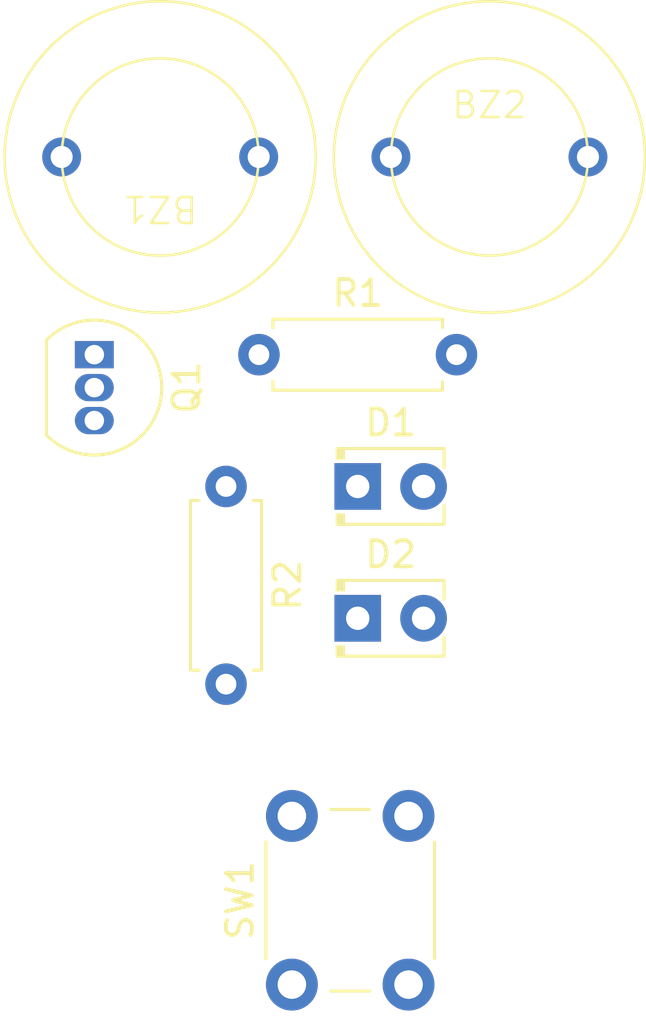
<source format=kicad_pcb>
(kicad_pcb (version 20241229) (generator "pcbnew") (generator_version "9.0")
  (layers (0 "F.Cu" signal) (2 "B.Cu" signal) (13 "F.Paste" user) (15 "B.Paste" user) (5 "F.SilkS" user "F.Silkscreen") (7 "B.SilkS" user "B.Silkscreen") (1 "F.Mask" user) (3 "B.Mask" user) (25 "Edge.Cuts" user))
  (net 0 "")
  (net 1 "Net-(A1-GPIO21)")
  (net 2 "+5V")
  (net 3 "Net-(A1-GPIO22)")
  (net 4 "GND")
  (net 5 "Net-(A1-GPIO20)")
  (net 6 "Net-(A1-GPIO19)")
  (net 7 "Net-(BZ1-+)")
  (net 8 "Net-(D1-K)")
  (net 9 "Net-(Q1-B)")
  (footprint "JC-Library:Buzzer-TMB12A05" (layer "F.Cu") (at 109.22 45.72)
    (property "Reference" "BZ2" (at 0 -2 0) (layer "F.SilkS") (effects (font (thickness 0.1))))
    (property "Value" "Buzzer" (hide yes))
    (fp_circle (center 0 0) (end 3.8 0) (stroke (width 0.1)) (fill no) (layer "F.SilkS"))
    (fp_circle (center 0 0) (end 6 0) (stroke (width 0.1)) (fill no) (layer "F.SilkS"))
    (pad "1" thru_hole circle (at -3.8 0) (size 1.5 1.5) (drill 0.85) (layers "*.Cu" "*.Mask") (net 7 "Net-(BZ1-+)"))
    (pad "2" thru_hole circle (at 3.8 0) (size 1.5 1.5) (drill 0.85) (layers "*.Cu" "*.Mask") (net 4 "GND"))
  )
  (footprint "LED_THT:LED_D2.0mm_W4.0mm_H2.8mm_FlatTop" (layer "F.Cu") (at 104.14 63.5)
    (property "Reference" "D2" (at 1.27 -2.46 0) (layer "F.SilkS"))
    (property "Value" "LED")
    (fp_line (start -0.79 -1.46) (end 3.33 -1.46) (stroke (width 0.12)) (layer "F.SilkS"))
    (fp_line (start -0.79 -1.08) (end -0.79 -1.46) (stroke (width 0.12)) (layer "F.SilkS"))
    (fp_line (start -0.79 1.46) (end -0.79 1.08) (stroke (width 0.12)) (layer "F.SilkS"))
    (fp_line (start -0.67 -1.46) (end -0.67 -1.08) (stroke (width 0.12)) (layer "F.SilkS"))
    (fp_line (start -0.67 1.08) (end -0.67 1.46) (stroke (width 0.12)) (layer "F.SilkS"))
    (fp_line (start -0.55 -1.46) (end -0.55 -1.08) (stroke (width 0.12)) (layer "F.SilkS"))
    (fp_line (start -0.55 1.08) (end -0.55 1.46) (stroke (width 0.12)) (layer "F.SilkS"))
    (fp_line (start 3.33 -1.46) (end 3.33 -0.736) (stroke (width 0.12)) (layer "F.SilkS"))
    (fp_line (start 3.33 0.736) (end 3.33 1.46) (stroke (width 0.12)) (layer "F.SilkS"))
    (fp_line (start 3.33 1.46) (end -0.79 1.46) (stroke (width 0.12)) (layer "F.SilkS"))
    (pad "1" thru_hole rect (at 0 0) (size 1.8 1.8) (drill 0.9) (layers "*.Cu" "*.Mask") (net 8 "Net-(D1-K)"))
    (pad "2" thru_hole circle (at 2.54 0) (size 1.8 1.8) (drill 0.9) (layers "*.Cu" "*.Mask") (net 5 "Net-(A1-GPIO20)"))
  )
  (footprint "Button_Switch_THT:SW_PUSH_6mm_H8mm" (layer "F.Cu") (at 101.6 77.62 90)
    (property "Reference" "SW1" (at 3.25 -2 90) (layer "F.SilkS"))
    (property "Value" "SW_Push")
    (fp_line (start 5.5 -1) (end 1 -1) (stroke (width 0.12)) (layer "F.SilkS"))
    (fp_line (start -0.25 1.5) (end -0.25 3) (stroke (width 0.12)) (layer "F.SilkS"))
    (fp_line (start 6.75 3) (end 6.75 1.5) (stroke (width 0.12)) (layer "F.SilkS"))
    (fp_line (start 1 5.5) (end 5.5 5.5) (stroke (width 0.12)) (layer "F.SilkS"))
    (pad "1" thru_hole circle (at 0 0 180) (size 2 2) (drill 1.1) (layers "*.Cu" "*.Mask") (net 1 "Net-(A1-GPIO21)"))
    (pad "1" thru_hole circle (at 6.5 0 180) (size 2 2) (drill 1.1) (layers "*.Cu" "*.Mask") (net 1 "Net-(A1-GPIO21)"))
    (pad "2" thru_hole circle (at 0 4.5 180) (size 2 2) (drill 1.1) (layers "*.Cu" "*.Mask") (net 4 "GND"))
    (pad "2" thru_hole circle (at 6.5 4.5 180) (size 2 2) (drill 1.1) (layers "*.Cu" "*.Mask") (net 4 "GND"))
  )
  (footprint "JC-Library:Buzzer-TMB12A05" (layer "F.Cu") (at 96.52 45.72 180)
    (property "Reference" "BZ1" (at 0 -2 180) (layer "F.SilkS") (effects (font (thickness 0.1))))
    (property "Value" "Buzzer" (hide yes))
    (fp_circle (center 0 0) (end 6 0) (stroke (width 0.1)) (fill no) (layer "F.SilkS"))
    (fp_circle (center 0 0) (end 3.8 0) (stroke (width 0.1)) (fill no) (layer "F.SilkS"))
    (pad "1" thru_hole circle (at -3.8 0 180) (size 1.5 1.5) (drill 0.85) (layers "*.Cu" "*.Mask") (net 7 "Net-(BZ1-+)"))
    (pad "2" thru_hole circle (at 3.8 0 180) (size 1.5 1.5) (drill 0.85) (layers "*.Cu" "*.Mask") (net 4 "GND"))
  )
  (footprint "Resistor_THT:R_Axial_DIN0207_L6.3mm_D2.5mm_P7.62mm_Horizontal" (layer "F.Cu") (at 99.06 58.42 -90)
    (property "Reference" "R2" (at 3.81 -2.37 90) (layer "F.SilkS"))
    (property "Value" "1K")
    (fp_line (start 0.54 1.37) (end 7.08 1.37) (stroke (width 0.12)) (layer "F.SilkS"))
    (fp_line (start 7.08 1.37) (end 7.08 1.04) (stroke (width 0.12)) (layer "F.SilkS"))
    (fp_line (start 0.54 1.04) (end 0.54 1.37) (stroke (width 0.12)) (layer "F.SilkS"))
    (fp_line (start 0.54 -1.04) (end 0.54 -1.37) (stroke (width 0.12)) (layer "F.SilkS"))
    (fp_line (start 0.54 -1.37) (end 7.08 -1.37) (stroke (width 0.12)) (layer "F.SilkS"))
    (fp_line (start 7.08 -1.37) (end 7.08 -1.04) (stroke (width 0.12)) (layer "F.SilkS"))
    (pad "1" thru_hole circle (at 0 0 270) (size 1.6 1.6) (drill 0.8) (layers "*.Cu" "*.Mask") (net 8 "Net-(D1-K)"))
    (pad "2" thru_hole circle (at 7.62 0 270) (size 1.6 1.6) (drill 0.8) (layers "*.Cu" "*.Mask") (net 4 "GND"))
  )
  (footprint "Resistor_THT:R_Axial_DIN0207_L6.3mm_D2.5mm_P7.62mm_Horizontal" (layer "F.Cu") (at 100.33 53.34)
    (property "Reference" "R1" (at 3.81 -2.37 0) (layer "F.SilkS"))
    (property "Value" "430")
    (fp_line (start 0.54 -1.37) (end 7.08 -1.37) (stroke (width 0.12)) (layer "F.SilkS"))
    (fp_line (start 0.54 -1.04) (end 0.54 -1.37) (stroke (width 0.12)) (layer "F.SilkS"))
    (fp_line (start 0.54 1.04) (end 0.54 1.37) (stroke (width 0.12)) (layer "F.SilkS"))
    (fp_line (start 0.54 1.37) (end 7.08 1.37) (stroke (width 0.12)) (layer "F.SilkS"))
    (fp_line (start 7.08 -1.37) (end 7.08 -1.04) (stroke (width 0.12)) (layer "F.SilkS"))
    (fp_line (start 7.08 1.37) (end 7.08 1.04) (stroke (width 0.12)) (layer "F.SilkS"))
    (pad "1" thru_hole circle (at 0 0) (size 1.6 1.6) (drill 0.8) (layers "*.Cu" "*.Mask") (net 9 "Net-(Q1-B)"))
    (pad "2" thru_hole circle (at 7.62 0) (size 1.6 1.6) (drill 0.8) (layers "*.Cu" "*.Mask") (net 3 "Net-(A1-GPIO22)"))
  )
  (footprint "Package_TO_SOT_THT:TO-92_Inline" (layer "F.Cu") (at 93.98 53.34 -90)
    (property "Reference" "Q1" (at 1.27 -3.56 90) (layer "F.SilkS"))
    (property "Value" "S8050")
    (fp_line (start -0.53 1.85) (end 3.07 1.85) (stroke (width 0.12)) (layer "F.SilkS"))
    (fp_arc (start -0.568478 1.838478) (mid -1.132087 -0.994977) (end 1.27 -2.6) (stroke (width 0.12)) (layer "F.SilkS"))
    (fp_arc (start 1.27 -2.6) (mid 3.672087 -0.994977) (end 3.108478 1.838478) (stroke (width 0.12)) (layer "F.SilkS"))
    (pad "1" thru_hole rect (at 0 0 270) (size 1.05 1.5) (drill 0.75) (layers "*.Cu" "*.Mask") (net 7 "Net-(BZ1-+)"))
    (pad "2" thru_hole oval (at 1.27 0 270) (size 1.05 1.5) (drill 0.75) (layers "*.Cu" "*.Mask") (net 9 "Net-(Q1-B)"))
    (pad "3" thru_hole oval (at 2.54 0 270) (size 1.05 1.5) (drill 0.75) (layers "*.Cu" "*.Mask") (net 2 "+5V"))
  )
  (footprint "LED_THT:LED_D2.0mm_W4.0mm_H2.8mm_FlatTop" (layer "F.Cu") (at 104.14 58.42)
    (property "Reference" "D1" (at 1.27 -2.46 0) (layer "F.SilkS"))
    (property "Value" "LED")
    (fp_line (start -0.79 -1.46) (end 3.33 -1.46) (stroke (width 0.12)) (layer "F.SilkS"))
    (fp_line (start -0.79 -1.08) (end -0.79 -1.46) (stroke (width 0.12)) (layer "F.SilkS"))
    (fp_line (start -0.79 1.46) (end -0.79 1.08) (stroke (width 0.12)) (layer "F.SilkS"))
    (fp_line (start -0.67 -1.46) (end -0.67 -1.08) (stroke (width 0.12)) (layer "F.SilkS"))
    (fp_line (start -0.67 1.08) (end -0.67 1.46) (stroke (width 0.12)) (layer "F.SilkS"))
    (fp_line (start -0.55 -1.46) (end -0.55 -1.08) (stroke (width 0.12)) (layer "F.SilkS"))
    (fp_line (start -0.55 1.08) (end -0.55 1.46) (stroke (width 0.12)) (layer "F.SilkS"))
    (fp_line (start 3.33 -1.46) (end 3.33 -0.736) (stroke (width 0.12)) (layer "F.SilkS"))
    (fp_line (start 3.33 0.736) (end 3.33 1.46) (stroke (width 0.12)) (layer "F.SilkS"))
    (fp_line (start 3.33 1.46) (end -0.79 1.46) (stroke (width 0.12)) (layer "F.SilkS"))
    (pad "1" thru_hole rect (at 0 0) (size 1.8 1.8) (drill 0.9) (layers "*.Cu" "*.Mask") (net 8 "Net-(D1-K)"))
    (pad "2" thru_hole circle (at 2.54 0) (size 1.8 1.8) (drill 0.9) (layers "*.Cu" "*.Mask") (net 6 "Net-(A1-GPIO19)"))
  )
)
</source>
